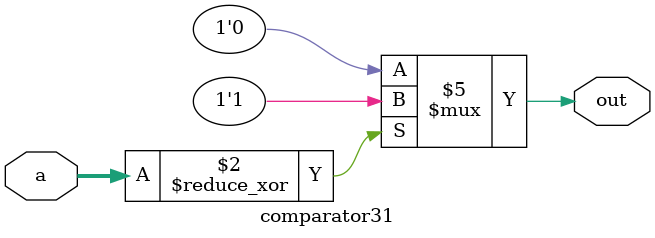
<source format=v>
module comparator31 (
    input wire [3:0] a,
    output reg out
);

always @(*) begin
    if (^a == 1'b1)
        out = 1'b1;
    else
        out = 1'b0;
end

endmodule

</source>
